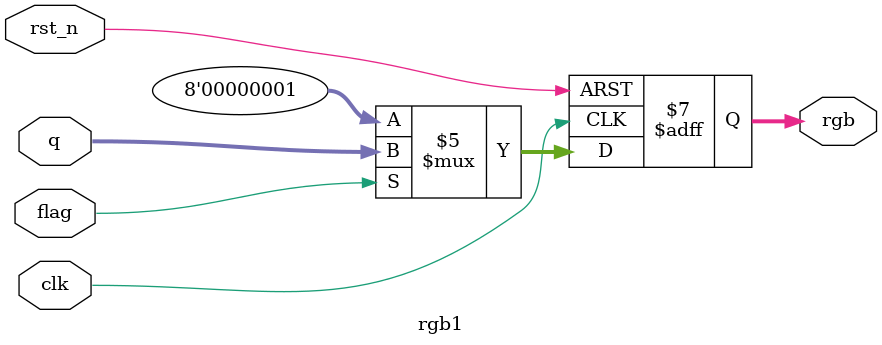
<source format=v>
module rgb1 (clk,rst_n,rgb,flag,q);

	input      clk;
	input      rst_n;
	input      flag;
	input   [7:0] q;
	
	output  reg [7:0]  rgb;
always @(posedge clk,negedge rst_n)
   if(rst_n==0)
	rgb<=8'b000_000_01;
	else  if(flag==1)
	     rgb<=q;
		  else
		  rgb<=8'b000_000_01;
	endmodule
	
</source>
